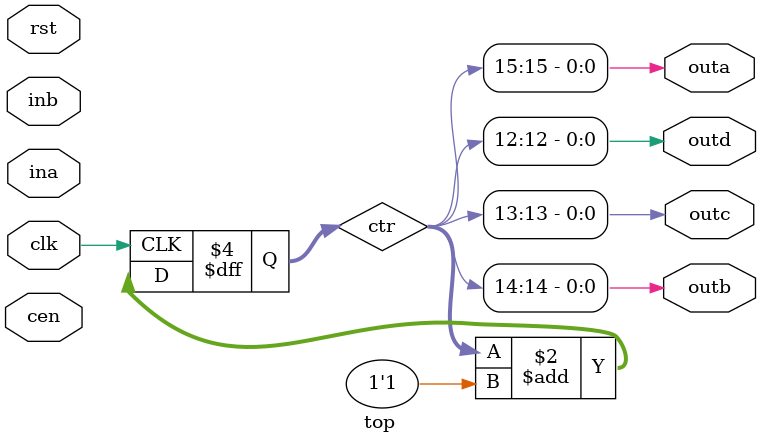
<source format=v>
module top(input clk, cen, rst, ina, inb, output outa, outb, outc, outd);

    reg [15:0] ctr = 0;

    always @(posedge clk)
        ctr <= ctr + 1'b1;

    assign {outa, outb, outc, outd} = ctr[15:12];
endmodule

</source>
